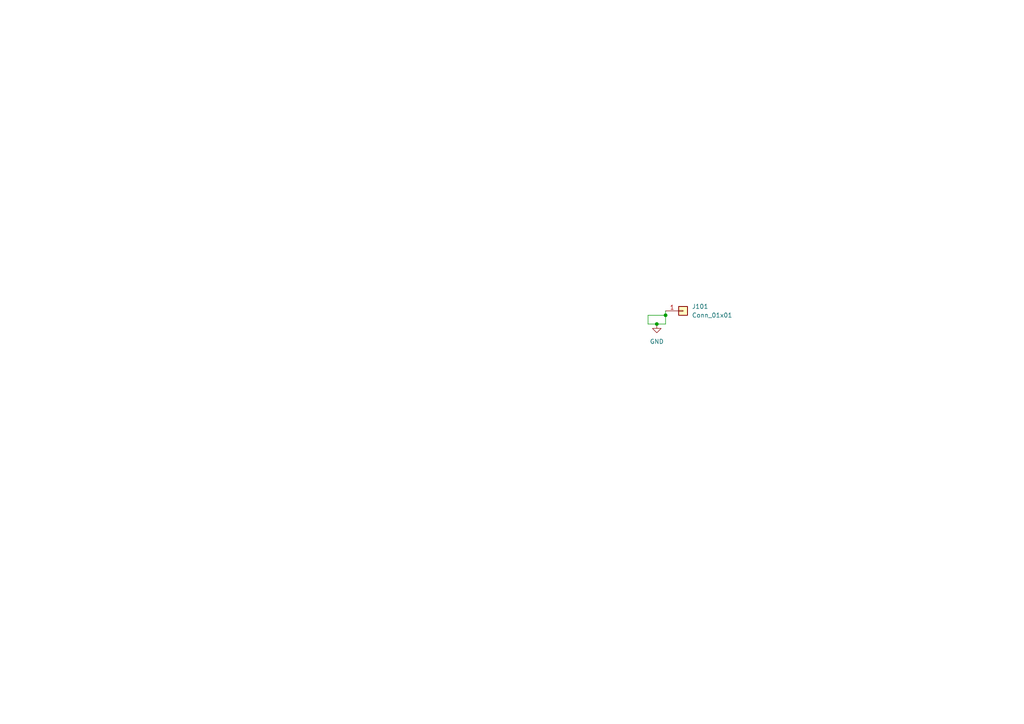
<source format=kicad_sch>
(kicad_sch (version 20230121) (generator eeschema)
  (paper "A4")
  (lib_symbols
    (symbol "Connector_Generic:Conn_01x01" (pin_names (offset 1.016) hide)
      (property "Reference" "J" (at 0 2.54 0))
      (property "Value" "Conn_01x01" (at 0 -2.54 0))
      (symbol "Conn_01x01_1_1"
        (rectangle (start -1.27 0.127) (end 0 -0.127) (stroke (width 0.1524)))
        (rectangle (start -1.27 1.27) (end 1.27 -1.27) (stroke (width 0.254)) (fill (type background)))
        (pin passive line (at -5.08 0 0) (length 3.81) (name "Pin_1") (number "1"))
      )
    )
    (symbol "power:GND" (power) (pin_names (offset 0))
      (property "Value" "GND" (at 0 -3.81 0))
      (symbol "GND_0_1"
        (polyline (pts (xy 0 0) (xy 0 -1.27) (xy 1.27 -1.27) (xy 0 -2.54) (xy -1.27 -1.27) (xy 0 -1.27)))
      )
      (symbol "GND_1_1"
        (pin power_in line (at 0 0 270) (length 0) hide (name "GND") (number "1"))
      )
    )
  )
  (junction (at 193.04 91.44))
  (junction (at 190.5 93.98))
  (wire (pts (xy 193.04 91.44) (xy 187.96 91.44)))
  (wire (pts (xy 193.04 93.98) (xy 193.04 91.44)))
  (wire (pts (xy 187.96 93.98) (xy 190.5 93.98)))
  (wire (pts (xy 193.04 90.17) (xy 193.04 91.44)))
  (wire (pts (xy 190.5 93.98) (xy 193.04 93.98)))
  (wire (pts (xy 187.96 91.44) (xy 187.96 93.98)))
  (symbol (lib_id "Connector_Generic:Conn_01x01") (at 198.12 90.17 0) (unit 1)
    (property "Reference" "J101" (at 200.66 88.9 0) (effects (justify left)))
    (property "Value" "Conn_01x01" (at 200.66 91.44 0) (effects (justify left)))
    (property "Footprint" "Connector_PinHeader_1.00mm:PinHeader_1x01_P1.00mm_Vertical" (effects hide))
  )
  (symbol (lib_id "power:GND") (at 190.5 93.98 0) (unit 1)
    (property "Reference" "#PWR0101" (effects hide))
    (property "Value" "GND" (at 190.5 99.06 0))
  )
)
</source>
